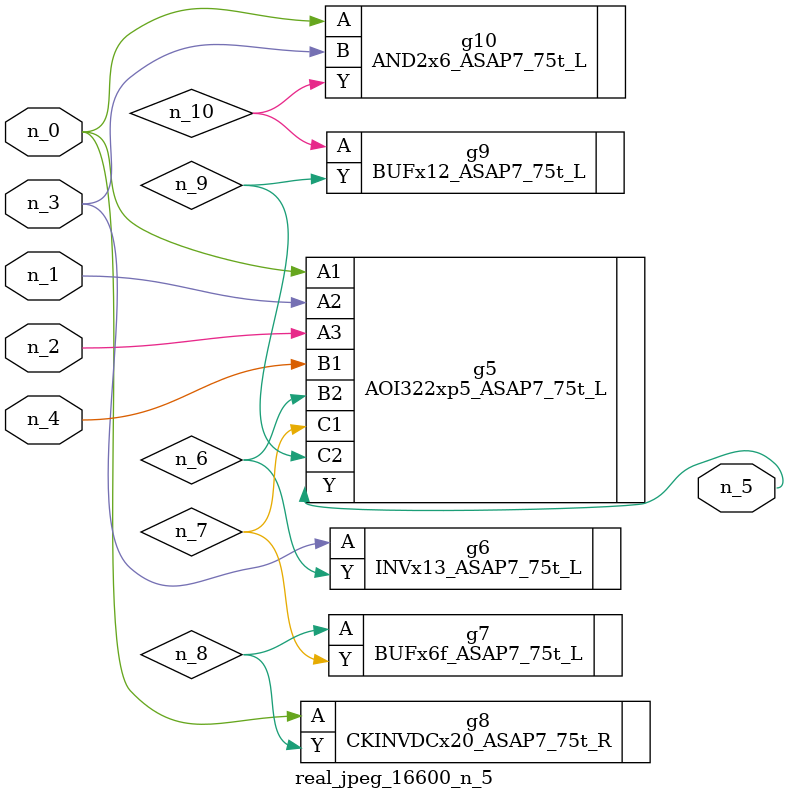
<source format=v>
module real_jpeg_16600_n_5 (n_4, n_0, n_1, n_2, n_3, n_5);

input n_4;
input n_0;
input n_1;
input n_2;
input n_3;

output n_5;

wire n_8;
wire n_6;
wire n_7;
wire n_10;
wire n_9;

AOI322xp5_ASAP7_75t_L g5 ( 
.A1(n_0),
.A2(n_1),
.A3(n_2),
.B1(n_4),
.B2(n_6),
.C1(n_7),
.C2(n_9),
.Y(n_5)
);

CKINVDCx20_ASAP7_75t_R g8 ( 
.A(n_0),
.Y(n_8)
);

AND2x6_ASAP7_75t_L g10 ( 
.A(n_0),
.B(n_3),
.Y(n_10)
);

INVx13_ASAP7_75t_L g6 ( 
.A(n_3),
.Y(n_6)
);

BUFx6f_ASAP7_75t_L g7 ( 
.A(n_8),
.Y(n_7)
);

BUFx12_ASAP7_75t_L g9 ( 
.A(n_10),
.Y(n_9)
);


endmodule
</source>
